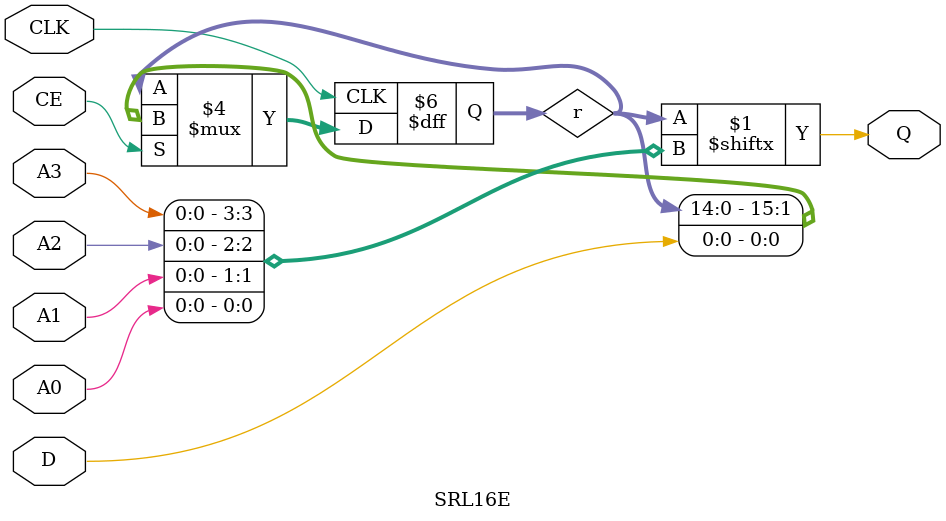
<source format=v>
/* verilator lint_off GENUNNAMED */
module SRL16E (
  output Q,
  input A0, A1, A2, A3, CE,
  input CLK,
  input D
);
  parameter [15:0] INIT = 16'h0000;
  parameter [0:0] IS_CLK_INVERTED = 1'b0;

  reg [15:0] r = INIT;
  assign Q = r[{A3,A2,A1,A0}];
  generate
    if (IS_CLK_INVERTED) begin
      always @(negedge CLK) if (CE) r <= { r[14:0], D };
    end
    else
      always @(posedge CLK) if (CE) r <= { r[14:0], D };
  endgenerate
  specify
    // Max delay from: https://github.com/SymbiFlow/prjxray-db/blob/34ea6eb08a63d21ec16264ad37a0a7b142ff6031/artix7/timings/CLBLM_R.sdf#L912
    $setup(D , posedge CLK &&& !IS_CLK_INVERTED, 173);
    $setup(D , negedge CLK &&&  IS_CLK_INVERTED, 173);
    // Max delay from: https://github.com/SymbiFlow/prjxray-db/blob/34ea6eb08a63d21ec16264ad37a0a7b142ff6031/artix7/timings/CLBLM_R.sdf#L905
    if (!IS_CLK_INVERTED && CE) (posedge CLK => (Q : D)) = 1472;
    if ( IS_CLK_INVERTED && CE) (negedge CLK => (Q : D)) = 1472;
    // Max delay from: https://github.com/SymbiFlow/prjxray-db/blob/34ea6eb08a63d21ec16264ad37a0a7b142ff6031/artix7/timings/CLBLM_R.sdf#L905
    if (!IS_CLK_INVERTED && CE) (posedge CLK => (Q : 1'bx)) = 1472;
    if ( IS_CLK_INVERTED && CE) (negedge CLK => (Q : 1'bx)) = 1472;
    (A0 => Q) = 631;
    (A1 => Q) = 472;
    (A2 => Q) = 407;
    (A3 => Q) = 238;
  endspecify
endmodule

</source>
